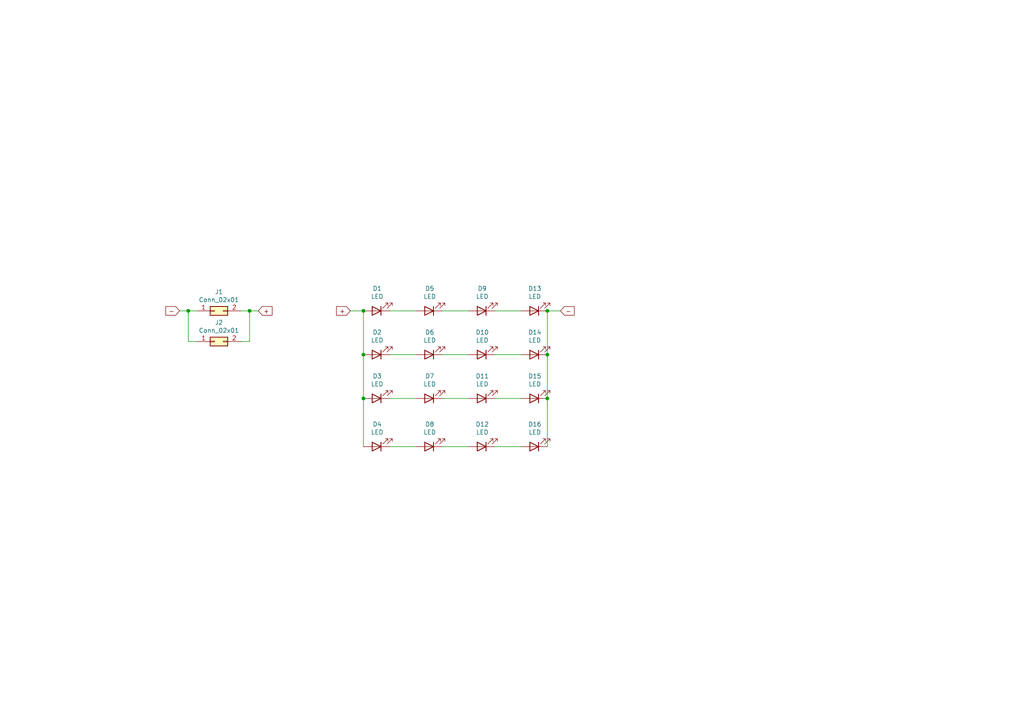
<source format=kicad_sch>
(kicad_sch (version 20211123) (generator eeschema)

  (uuid bb4f0314-c44c-4dda-b85c-537120eaae9a)

  (paper "A4")

  (lib_symbols
    (symbol "Connector_Generic:Conn_02x01" (pin_names (offset 1.016) hide) (in_bom yes) (on_board yes)
      (property "Reference" "J" (id 0) (at 1.27 2.54 0)
        (effects (font (size 1.27 1.27)))
      )
      (property "Value" "Conn_02x01" (id 1) (at 1.27 -2.54 0)
        (effects (font (size 1.27 1.27)))
      )
      (property "Footprint" "" (id 2) (at 0 0 0)
        (effects (font (size 1.27 1.27)) hide)
      )
      (property "Datasheet" "~" (id 3) (at 0 0 0)
        (effects (font (size 1.27 1.27)) hide)
      )
      (property "ki_keywords" "connector" (id 4) (at 0 0 0)
        (effects (font (size 1.27 1.27)) hide)
      )
      (property "ki_description" "Generic connector, double row, 02x01, this symbol is compatible with counter-clockwise, top-bottom and odd-even numbering schemes., script generated (kicad-library-utils/schlib/autogen/connector/)" (id 5) (at 0 0 0)
        (effects (font (size 1.27 1.27)) hide)
      )
      (property "ki_fp_filters" "Connector*:*_2x??_*" (id 6) (at 0 0 0)
        (effects (font (size 1.27 1.27)) hide)
      )
      (symbol "Conn_02x01_1_1"
        (rectangle (start -1.27 0.127) (end 0 -0.127)
          (stroke (width 0.1524) (type default) (color 0 0 0 0))
          (fill (type none))
        )
        (rectangle (start -1.27 1.27) (end 3.81 -1.27)
          (stroke (width 0.254) (type default) (color 0 0 0 0))
          (fill (type background))
        )
        (rectangle (start 3.81 0.127) (end 2.54 -0.127)
          (stroke (width 0.1524) (type default) (color 0 0 0 0))
          (fill (type none))
        )
        (pin passive line (at -5.08 0 0) (length 3.81)
          (name "Pin_1" (effects (font (size 1.27 1.27))))
          (number "1" (effects (font (size 1.27 1.27))))
        )
        (pin passive line (at 7.62 0 180) (length 3.81)
          (name "Pin_2" (effects (font (size 1.27 1.27))))
          (number "2" (effects (font (size 1.27 1.27))))
        )
      )
    )
    (symbol "Device:LED" (pin_numbers hide) (pin_names (offset 1.016) hide) (in_bom yes) (on_board yes)
      (property "Reference" "D" (id 0) (at 0 2.54 0)
        (effects (font (size 1.27 1.27)))
      )
      (property "Value" "LED" (id 1) (at 0 -2.54 0)
        (effects (font (size 1.27 1.27)))
      )
      (property "Footprint" "" (id 2) (at 0 0 0)
        (effects (font (size 1.27 1.27)) hide)
      )
      (property "Datasheet" "~" (id 3) (at 0 0 0)
        (effects (font (size 1.27 1.27)) hide)
      )
      (property "ki_keywords" "LED diode" (id 4) (at 0 0 0)
        (effects (font (size 1.27 1.27)) hide)
      )
      (property "ki_description" "Light emitting diode" (id 5) (at 0 0 0)
        (effects (font (size 1.27 1.27)) hide)
      )
      (property "ki_fp_filters" "LED* LED_SMD:* LED_THT:*" (id 6) (at 0 0 0)
        (effects (font (size 1.27 1.27)) hide)
      )
      (symbol "LED_0_1"
        (polyline
          (pts
            (xy -1.27 -1.27)
            (xy -1.27 1.27)
          )
          (stroke (width 0.254) (type default) (color 0 0 0 0))
          (fill (type none))
        )
        (polyline
          (pts
            (xy -1.27 0)
            (xy 1.27 0)
          )
          (stroke (width 0) (type default) (color 0 0 0 0))
          (fill (type none))
        )
        (polyline
          (pts
            (xy 1.27 -1.27)
            (xy 1.27 1.27)
            (xy -1.27 0)
            (xy 1.27 -1.27)
          )
          (stroke (width 0.254) (type default) (color 0 0 0 0))
          (fill (type none))
        )
        (polyline
          (pts
            (xy -3.048 -0.762)
            (xy -4.572 -2.286)
            (xy -3.81 -2.286)
            (xy -4.572 -2.286)
            (xy -4.572 -1.524)
          )
          (stroke (width 0) (type default) (color 0 0 0 0))
          (fill (type none))
        )
        (polyline
          (pts
            (xy -1.778 -0.762)
            (xy -3.302 -2.286)
            (xy -2.54 -2.286)
            (xy -3.302 -2.286)
            (xy -3.302 -1.524)
          )
          (stroke (width 0) (type default) (color 0 0 0 0))
          (fill (type none))
        )
      )
      (symbol "LED_1_1"
        (pin passive line (at -3.81 0 0) (length 2.54)
          (name "K" (effects (font (size 1.27 1.27))))
          (number "1" (effects (font (size 1.27 1.27))))
        )
        (pin passive line (at 3.81 0 180) (length 2.54)
          (name "A" (effects (font (size 1.27 1.27))))
          (number "2" (effects (font (size 1.27 1.27))))
        )
      )
    )
  )

  (junction (at 105.41 102.87) (diameter 0) (color 0 0 0 0)
    (uuid 23bb2798-d93a-4696-a962-c305c4298a0c)
  )
  (junction (at 105.41 90.17) (diameter 0) (color 0 0 0 0)
    (uuid 4831966c-bb32-4bc8-a400-0382a02ffa1c)
  )
  (junction (at 158.75 90.17) (diameter 0) (color 0 0 0 0)
    (uuid 4d4b0fcd-2c79-4fc3-b5fa-7a0741601344)
  )
  (junction (at 158.75 102.87) (diameter 0) (color 0 0 0 0)
    (uuid 983c426c-24e0-4c65-ab69-1f1824adc5c6)
  )
  (junction (at 158.75 115.57) (diameter 0) (color 0 0 0 0)
    (uuid 9ccf03e8-755a-4cd9-96fc-30e1d08fa253)
  )
  (junction (at 105.41 115.57) (diameter 0) (color 0 0 0 0)
    (uuid a795f1ba-cdd5-4cc5-9a52-08586e982934)
  )
  (junction (at 72.39 90.17) (diameter 0) (color 0 0 0 0)
    (uuid c264c438-a475-4ad4-9915-0f1e6ecf3053)
  )
  (junction (at 54.61 90.17) (diameter 0) (color 0 0 0 0)
    (uuid ef1b4b98-541b-4673-a04f-2043250fc40a)
  )

  (wire (pts (xy 72.39 99.06) (xy 69.85 99.06))
    (stroke (width 0) (type default) (color 0 0 0 0))
    (uuid 04f5865e-f449-4408-a0c8-771cccfcb129)
  )
  (wire (pts (xy 120.65 90.17) (xy 113.03 90.17))
    (stroke (width 0) (type default) (color 0 0 0 0))
    (uuid 0d35483a-0b12-46cc-b9f2-896fd6831779)
  )
  (wire (pts (xy 151.13 129.54) (xy 143.51 129.54))
    (stroke (width 0) (type default) (color 0 0 0 0))
    (uuid 128e34ce-eee7-477d-b905-a493e98db783)
  )
  (wire (pts (xy 135.89 102.87) (xy 128.27 102.87))
    (stroke (width 0) (type default) (color 0 0 0 0))
    (uuid 13abf99d-5265-4779-8973-e94370fd18ff)
  )
  (wire (pts (xy 101.6 90.17) (xy 105.41 90.17))
    (stroke (width 0) (type default) (color 0 0 0 0))
    (uuid 2bf3f24b-fd30-41a7-a274-9b519491916b)
  )
  (wire (pts (xy 120.65 129.54) (xy 113.03 129.54))
    (stroke (width 0) (type default) (color 0 0 0 0))
    (uuid 3172f2e2-18d2-4a80-ae30-5707b3409798)
  )
  (wire (pts (xy 52.07 90.17) (xy 54.61 90.17))
    (stroke (width 0) (type default) (color 0 0 0 0))
    (uuid 34871042-9d5c-4e29-abdd-a168368c3c22)
  )
  (wire (pts (xy 105.41 115.57) (xy 105.41 129.54))
    (stroke (width 0) (type default) (color 0 0 0 0))
    (uuid 46918595-4a45-48e8-84c0-961b4db7f35f)
  )
  (wire (pts (xy 105.41 90.17) (xy 105.41 102.87))
    (stroke (width 0) (type default) (color 0 0 0 0))
    (uuid 587a157d-dedf-4558-a037-1a94bbba1848)
  )
  (wire (pts (xy 120.65 115.57) (xy 113.03 115.57))
    (stroke (width 0) (type default) (color 0 0 0 0))
    (uuid 5b2b5c7d-f943-4634-9f0a-e9561705c49d)
  )
  (wire (pts (xy 57.15 90.17) (xy 54.61 90.17))
    (stroke (width 0) (type default) (color 0 0 0 0))
    (uuid 6199bec7-e7eb-4ae0-b9ec-c563e157d635)
  )
  (wire (pts (xy 72.39 90.17) (xy 72.39 99.06))
    (stroke (width 0) (type default) (color 0 0 0 0))
    (uuid 71c77456-1405-42e3-95ed-69e629de0558)
  )
  (wire (pts (xy 105.41 102.87) (xy 105.41 115.57))
    (stroke (width 0) (type default) (color 0 0 0 0))
    (uuid 78cbdd6c-4878-4cc5-9a58-0e506478e37d)
  )
  (wire (pts (xy 54.61 99.06) (xy 57.15 99.06))
    (stroke (width 0) (type default) (color 0 0 0 0))
    (uuid 7f3eb118-a20c-4239-b800-c9211c66847d)
  )
  (wire (pts (xy 158.75 115.57) (xy 158.75 129.54))
    (stroke (width 0) (type default) (color 0 0 0 0))
    (uuid 94c158d1-8503-4553-b511-bf42f506c2a8)
  )
  (wire (pts (xy 135.89 90.17) (xy 128.27 90.17))
    (stroke (width 0) (type default) (color 0 0 0 0))
    (uuid 9702d639-3b1f-4825-8985-b32b9008503d)
  )
  (wire (pts (xy 158.75 90.17) (xy 158.75 102.87))
    (stroke (width 0) (type default) (color 0 0 0 0))
    (uuid 9762c9ed-64d8-4f3e-baf6-f6ba6effc919)
  )
  (wire (pts (xy 151.13 115.57) (xy 143.51 115.57))
    (stroke (width 0) (type default) (color 0 0 0 0))
    (uuid 9c8ccb2a-b1e9-4f2c-94fe-301b5975277e)
  )
  (wire (pts (xy 135.89 115.57) (xy 128.27 115.57))
    (stroke (width 0) (type default) (color 0 0 0 0))
    (uuid a03e565f-d8cd-4032-aae3-b7327d4143dd)
  )
  (wire (pts (xy 151.13 102.87) (xy 143.51 102.87))
    (stroke (width 0) (type default) (color 0 0 0 0))
    (uuid a05d7640-f2f6-4ba7-8c51-5a4af431fc13)
  )
  (wire (pts (xy 120.65 102.87) (xy 113.03 102.87))
    (stroke (width 0) (type default) (color 0 0 0 0))
    (uuid a7520ad3-0f8b-4788-92d4-8ffb277041e6)
  )
  (wire (pts (xy 74.93 90.17) (xy 72.39 90.17))
    (stroke (width 0) (type default) (color 0 0 0 0))
    (uuid a9ec539a-d80d-40cc-803c-12b6adefe42a)
  )
  (wire (pts (xy 158.75 102.87) (xy 158.75 115.57))
    (stroke (width 0) (type default) (color 0 0 0 0))
    (uuid c1d83899-e380-49f9-a87d-8e78bc089ebf)
  )
  (wire (pts (xy 135.89 129.54) (xy 128.27 129.54))
    (stroke (width 0) (type default) (color 0 0 0 0))
    (uuid c801d42e-dd94-493e-bd2f-6c3ddad43f55)
  )
  (wire (pts (xy 158.75 90.17) (xy 162.56 90.17))
    (stroke (width 0) (type default) (color 0 0 0 0))
    (uuid e25ce415-914a-48fe-bf09-324317917b2e)
  )
  (wire (pts (xy 54.61 90.17) (xy 54.61 99.06))
    (stroke (width 0) (type default) (color 0 0 0 0))
    (uuid e47adf3d-9c24-4345-80c9-66679cad107e)
  )
  (wire (pts (xy 151.13 90.17) (xy 143.51 90.17))
    (stroke (width 0) (type default) (color 0 0 0 0))
    (uuid ec9e24d8-d1c5-40e2-9812-dc315d05f470)
  )
  (wire (pts (xy 69.85 90.17) (xy 72.39 90.17))
    (stroke (width 0) (type default) (color 0 0 0 0))
    (uuid f144a97d-c3f0-423f-b0a9-3f7dbc42478b)
  )

  (global_label "+" (shape input) (at 74.93 90.17 0) (fields_autoplaced)
    (effects (font (size 1.27 1.27)) (justify left))
    (uuid 213a2af1-412b-47f4-ab3b-c5f43b6be7a6)
    (property "Intersheet References" "${INTERSHEET_REFS}" (id 0) (at 30.48 52.07 0)
      (effects (font (size 1.27 1.27)) hide)
    )
  )
  (global_label "-" (shape input) (at 52.07 90.17 180) (fields_autoplaced)
    (effects (font (size 1.27 1.27)) (justify right))
    (uuid 43891a3c-749f-498d-ba99-685a27689b0d)
    (property "Intersheet References" "${INTERSHEET_REFS}" (id 0) (at 30.48 52.07 0)
      (effects (font (size 1.27 1.27)) hide)
    )
  )
  (global_label "+" (shape input) (at 101.6 90.17 180) (fields_autoplaced)
    (effects (font (size 1.27 1.27)) (justify right))
    (uuid 4e66a44f-7fa6-4e16-bf9b-62ec864301a5)
    (property "Intersheet References" "${INTERSHEET_REFS}" (id 0) (at 44.45 52.07 0)
      (effects (font (size 1.27 1.27)) hide)
    )
  )
  (global_label "-" (shape input) (at 162.56 90.17 0) (fields_autoplaced)
    (effects (font (size 1.27 1.27)) (justify left))
    (uuid 7447a6e7-8205-46ba-afca-d0fa8f90c95a)
    (property "Intersheet References" "${INTERSHEET_REFS}" (id 0) (at 44.45 52.07 0)
      (effects (font (size 1.27 1.27)) hide)
    )
  )

  (symbol (lib_id "Connector_Generic:Conn_02x01") (at 62.23 90.17 0) (unit 1)
    (in_bom yes) (on_board yes)
    (uuid 00000000-0000-0000-0000-0000620f6e3f)
    (property "Reference" "J1" (id 0) (at 63.5 84.6582 0))
    (property "Value" "Conn_02x01" (id 1) (at 63.5 86.9696 0))
    (property "Footprint" "LED_9x9:SMD_POW" (id 2) (at 62.23 90.17 0)
      (effects (font (size 1.27 1.27)) hide)
    )
    (property "Datasheet" "~" (id 3) (at 62.23 90.17 0)
      (effects (font (size 1.27 1.27)) hide)
    )
    (pin "1" (uuid ed4a0e40-df3e-4acf-8b38-4e3a46734ecd))
    (pin "2" (uuid 20ca0658-c4e7-42ce-914a-2110088b99b1))
  )

  (symbol (lib_id "Connector_Generic:Conn_02x01") (at 62.23 99.06 0) (unit 1)
    (in_bom yes) (on_board yes)
    (uuid 00000000-0000-0000-0000-0000620f7b27)
    (property "Reference" "J2" (id 0) (at 63.5 93.5482 0))
    (property "Value" "Conn_02x01" (id 1) (at 63.5 95.8596 0))
    (property "Footprint" "LED_9x9:SMD_POW" (id 2) (at 62.23 99.06 0)
      (effects (font (size 1.27 1.27)) hide)
    )
    (property "Datasheet" "~" (id 3) (at 62.23 99.06 0)
      (effects (font (size 1.27 1.27)) hide)
    )
    (pin "1" (uuid 88d1500e-4ebc-4ae6-b268-d749fd6f4017))
    (pin "2" (uuid 9b55f3d8-aa83-4128-a820-71871c794c2d))
  )

  (symbol (lib_id "Device:LED") (at 154.94 90.17 180) (unit 1)
    (in_bom yes) (on_board yes)
    (uuid 00000000-0000-0000-0000-0000621076fe)
    (property "Reference" "D13" (id 0) (at 155.1178 83.693 0))
    (property "Value" "LED" (id 1) (at 155.1178 86.0044 0))
    (property "Footprint" "LED_9x9:LED_1W_3W_R8" (id 2) (at 154.94 90.17 0)
      (effects (font (size 1.27 1.27)) hide)
    )
    (property "Datasheet" "~" (id 3) (at 154.94 90.17 0)
      (effects (font (size 1.27 1.27)) hide)
    )
    (pin "1" (uuid 444cd72f-762b-46a7-ba6e-42378802e873))
    (pin "2" (uuid aa552342-8f67-489a-844d-ebd2bce3cdd6))
  )

  (symbol (lib_id "Device:LED") (at 139.7 90.17 180) (unit 1)
    (in_bom yes) (on_board yes)
    (uuid 00000000-0000-0000-0000-000062107704)
    (property "Reference" "D9" (id 0) (at 139.8778 83.693 0))
    (property "Value" "LED" (id 1) (at 139.8778 86.0044 0))
    (property "Footprint" "LED_9x9:LED_1W_3W_R8" (id 2) (at 139.7 90.17 0)
      (effects (font (size 1.27 1.27)) hide)
    )
    (property "Datasheet" "~" (id 3) (at 139.7 90.17 0)
      (effects (font (size 1.27 1.27)) hide)
    )
    (pin "1" (uuid e904c608-c3d5-43af-9aa5-4aa4d1b2a339))
    (pin "2" (uuid 27bb3a7d-9398-429c-92f3-69cff6bc448a))
  )

  (symbol (lib_id "Device:LED") (at 124.46 90.17 180) (unit 1)
    (in_bom yes) (on_board yes)
    (uuid 00000000-0000-0000-0000-00006210770a)
    (property "Reference" "D5" (id 0) (at 124.6378 83.693 0))
    (property "Value" "LED" (id 1) (at 124.6378 86.0044 0))
    (property "Footprint" "LED_9x9:LED_1W_3W_R8" (id 2) (at 124.46 90.17 0)
      (effects (font (size 1.27 1.27)) hide)
    )
    (property "Datasheet" "~" (id 3) (at 124.46 90.17 0)
      (effects (font (size 1.27 1.27)) hide)
    )
    (pin "1" (uuid 9b71f55b-772b-4401-a4f9-6f6c5bd054d5))
    (pin "2" (uuid 6e2c9bcd-b8f7-41cb-8def-5d40c756c22e))
  )

  (symbol (lib_id "Device:LED") (at 109.22 90.17 180) (unit 1)
    (in_bom yes) (on_board yes)
    (uuid 00000000-0000-0000-0000-000062107710)
    (property "Reference" "D1" (id 0) (at 109.3978 83.693 0))
    (property "Value" "LED" (id 1) (at 109.3978 86.0044 0))
    (property "Footprint" "LED_9x9:LED_1W_3W_R8" (id 2) (at 109.22 90.17 0)
      (effects (font (size 1.27 1.27)) hide)
    )
    (property "Datasheet" "~" (id 3) (at 109.22 90.17 0)
      (effects (font (size 1.27 1.27)) hide)
    )
    (pin "1" (uuid 93cb0850-e0d8-47cc-98a4-e362e26be30c))
    (pin "2" (uuid 7d7486ae-aeaa-4bbe-ab12-2142f8812c98))
  )

  (symbol (lib_id "Device:LED") (at 154.94 129.54 180) (unit 1)
    (in_bom yes) (on_board yes)
    (uuid 00000000-0000-0000-0000-000062128355)
    (property "Reference" "D16" (id 0) (at 155.1178 123.063 0))
    (property "Value" "LED" (id 1) (at 155.1178 125.3744 0))
    (property "Footprint" "LED_9x9:LED_1W_3W_R8" (id 2) (at 154.94 129.54 0)
      (effects (font (size 1.27 1.27)) hide)
    )
    (property "Datasheet" "~" (id 3) (at 154.94 129.54 0)
      (effects (font (size 1.27 1.27)) hide)
    )
    (pin "1" (uuid b468d018-b0b9-48ff-ada9-ae565b8ae0c8))
    (pin "2" (uuid e16e3cf9-64d8-43ba-bb69-9621a1347f9f))
  )

  (symbol (lib_id "Device:LED") (at 139.7 129.54 180) (unit 1)
    (in_bom yes) (on_board yes)
    (uuid 00000000-0000-0000-0000-00006212835b)
    (property "Reference" "D12" (id 0) (at 139.8778 123.063 0))
    (property "Value" "LED" (id 1) (at 139.8778 125.3744 0))
    (property "Footprint" "LED_9x9:LED_1W_3W_R8" (id 2) (at 139.7 129.54 0)
      (effects (font (size 1.27 1.27)) hide)
    )
    (property "Datasheet" "~" (id 3) (at 139.7 129.54 0)
      (effects (font (size 1.27 1.27)) hide)
    )
    (pin "1" (uuid 8329b8f1-eacb-473a-9e39-d66e07ddb4b3))
    (pin "2" (uuid 73fca9ef-57b6-410f-af71-1661f2c37d04))
  )

  (symbol (lib_id "Device:LED") (at 124.46 129.54 180) (unit 1)
    (in_bom yes) (on_board yes)
    (uuid 00000000-0000-0000-0000-000062128361)
    (property "Reference" "D8" (id 0) (at 124.6378 123.063 0))
    (property "Value" "LED" (id 1) (at 124.6378 125.3744 0))
    (property "Footprint" "LED_9x9:LED_1W_3W_R8" (id 2) (at 124.46 129.54 0)
      (effects (font (size 1.27 1.27)) hide)
    )
    (property "Datasheet" "~" (id 3) (at 124.46 129.54 0)
      (effects (font (size 1.27 1.27)) hide)
    )
    (pin "1" (uuid 7c11be9e-7c4a-4dd8-b949-26ab6004bccc))
    (pin "2" (uuid 150621bf-9d47-4853-929e-cc5a8e825219))
  )

  (symbol (lib_id "Device:LED") (at 109.22 129.54 180) (unit 1)
    (in_bom yes) (on_board yes)
    (uuid 00000000-0000-0000-0000-000062128367)
    (property "Reference" "D4" (id 0) (at 109.3978 123.063 0))
    (property "Value" "LED" (id 1) (at 109.3978 125.3744 0))
    (property "Footprint" "LED_9x9:LED_1W_3W_R8" (id 2) (at 109.22 129.54 0)
      (effects (font (size 1.27 1.27)) hide)
    )
    (property "Datasheet" "~" (id 3) (at 109.22 129.54 0)
      (effects (font (size 1.27 1.27)) hide)
    )
    (pin "1" (uuid 8bfdfbc6-d968-4133-b3ab-7a5cc25ba14a))
    (pin "2" (uuid cd4af63e-8d5d-4829-b7f4-de3802ed33f4))
  )

  (symbol (lib_id "Device:LED") (at 154.94 115.57 180) (unit 1)
    (in_bom yes) (on_board yes)
    (uuid 00000000-0000-0000-0000-000062129698)
    (property "Reference" "D15" (id 0) (at 155.1178 109.093 0))
    (property "Value" "LED" (id 1) (at 155.1178 111.4044 0))
    (property "Footprint" "LED_9x9:LED_1W_3W_R8" (id 2) (at 154.94 115.57 0)
      (effects (font (size 1.27 1.27)) hide)
    )
    (property "Datasheet" "~" (id 3) (at 154.94 115.57 0)
      (effects (font (size 1.27 1.27)) hide)
    )
    (pin "1" (uuid 82c7370d-8a87-411e-9cd6-cc5ad23f7d5b))
    (pin "2" (uuid 365f6b1d-b9d1-4cf4-a6f9-271b554d4538))
  )

  (symbol (lib_id "Device:LED") (at 139.7 115.57 180) (unit 1)
    (in_bom yes) (on_board yes)
    (uuid 00000000-0000-0000-0000-00006212969e)
    (property "Reference" "D11" (id 0) (at 139.8778 109.093 0))
    (property "Value" "LED" (id 1) (at 139.8778 111.4044 0))
    (property "Footprint" "LED_9x9:LED_1W_3W_R8" (id 2) (at 139.7 115.57 0)
      (effects (font (size 1.27 1.27)) hide)
    )
    (property "Datasheet" "~" (id 3) (at 139.7 115.57 0)
      (effects (font (size 1.27 1.27)) hide)
    )
    (pin "1" (uuid b9dba731-fede-48d5-ae4f-e36f203233b4))
    (pin "2" (uuid c24b0dc2-bdb4-40ef-95ea-a2f3870373f1))
  )

  (symbol (lib_id "Device:LED") (at 124.46 115.57 180) (unit 1)
    (in_bom yes) (on_board yes)
    (uuid 00000000-0000-0000-0000-0000621296a4)
    (property "Reference" "D7" (id 0) (at 124.6378 109.093 0))
    (property "Value" "LED" (id 1) (at 124.6378 111.4044 0))
    (property "Footprint" "LED_9x9:LED_1W_3W_R8" (id 2) (at 124.46 115.57 0)
      (effects (font (size 1.27 1.27)) hide)
    )
    (property "Datasheet" "~" (id 3) (at 124.46 115.57 0)
      (effects (font (size 1.27 1.27)) hide)
    )
    (pin "1" (uuid 1a9a08d8-c533-446f-a287-29cb768363a1))
    (pin "2" (uuid 2511fdb4-0441-451d-b8db-837af4592e02))
  )

  (symbol (lib_id "Device:LED") (at 109.22 115.57 180) (unit 1)
    (in_bom yes) (on_board yes)
    (uuid 00000000-0000-0000-0000-0000621296aa)
    (property "Reference" "D3" (id 0) (at 109.3978 109.093 0))
    (property "Value" "LED" (id 1) (at 109.3978 111.4044 0))
    (property "Footprint" "LED_9x9:LED_1W_3W_R8" (id 2) (at 109.22 115.57 0)
      (effects (font (size 1.27 1.27)) hide)
    )
    (property "Datasheet" "~" (id 3) (at 109.22 115.57 0)
      (effects (font (size 1.27 1.27)) hide)
    )
    (pin "1" (uuid de60e78d-b49c-4401-8a50-f68174472cb1))
    (pin "2" (uuid ead0d230-d4a3-4935-a132-b2be1e9752c6))
  )

  (symbol (lib_id "Device:LED") (at 154.94 102.87 180) (unit 1)
    (in_bom yes) (on_board yes)
    (uuid 00000000-0000-0000-0000-00006212b848)
    (property "Reference" "D14" (id 0) (at 155.1178 96.393 0))
    (property "Value" "LED" (id 1) (at 155.1178 98.7044 0))
    (property "Footprint" "LED_9x9:LED_1W_3W_R8" (id 2) (at 154.94 102.87 0)
      (effects (font (size 1.27 1.27)) hide)
    )
    (property "Datasheet" "~" (id 3) (at 154.94 102.87 0)
      (effects (font (size 1.27 1.27)) hide)
    )
    (pin "1" (uuid 33a8a0fc-283c-461b-b838-a350e0c02cca))
    (pin "2" (uuid 11ffb14a-ec56-4d3e-baf7-493d397e9641))
  )

  (symbol (lib_id "Device:LED") (at 139.7 102.87 180) (unit 1)
    (in_bom yes) (on_board yes)
    (uuid 00000000-0000-0000-0000-00006212b84e)
    (property "Reference" "D10" (id 0) (at 139.8778 96.393 0))
    (property "Value" "LED" (id 1) (at 139.8778 98.7044 0))
    (property "Footprint" "LED_9x9:LED_1W_3W_R8" (id 2) (at 139.7 102.87 0)
      (effects (font (size 1.27 1.27)) hide)
    )
    (property "Datasheet" "~" (id 3) (at 139.7 102.87 0)
      (effects (font (size 1.27 1.27)) hide)
    )
    (pin "1" (uuid 20adaeac-a5ca-47f1-8482-ed5891958975))
    (pin "2" (uuid a53e1a0e-b387-4e7c-afeb-0bd85799b1c7))
  )

  (symbol (lib_id "Device:LED") (at 124.46 102.87 180) (unit 1)
    (in_bom yes) (on_board yes)
    (uuid 00000000-0000-0000-0000-00006212b854)
    (property "Reference" "D6" (id 0) (at 124.6378 96.393 0))
    (property "Value" "LED" (id 1) (at 124.6378 98.7044 0))
    (property "Footprint" "LED_9x9:LED_1W_3W_R8" (id 2) (at 124.46 102.87 0)
      (effects (font (size 1.27 1.27)) hide)
    )
    (property "Datasheet" "~" (id 3) (at 124.46 102.87 0)
      (effects (font (size 1.27 1.27)) hide)
    )
    (pin "1" (uuid c5e0cabf-0a14-4d99-b2a2-7b86822c400a))
    (pin "2" (uuid c7c7160c-6399-4a2d-a3a8-87766c549eaa))
  )

  (symbol (lib_id "Device:LED") (at 109.22 102.87 180) (unit 1)
    (in_bom yes) (on_board yes)
    (uuid 00000000-0000-0000-0000-00006212b85a)
    (property "Reference" "D2" (id 0) (at 109.3978 96.393 0))
    (property "Value" "LED" (id 1) (at 109.3978 98.7044 0))
    (property "Footprint" "LED_9x9:LED_1W_3W_R8" (id 2) (at 109.22 102.87 0)
      (effects (font (size 1.27 1.27)) hide)
    )
    (property "Datasheet" "~" (id 3) (at 109.22 102.87 0)
      (effects (font (size 1.27 1.27)) hide)
    )
    (pin "1" (uuid d699af4e-372d-4044-b27e-3ae36a82a9c5))
    (pin "2" (uuid dbb58e03-980f-4d53-b780-c96c25cf8b1f))
  )

  (sheet_instances
    (path "/" (page "1"))
  )

  (symbol_instances
    (path "/00000000-0000-0000-0000-000062107710"
      (reference "D1") (unit 1) (value "LED") (footprint "LED_9x9:LED_1W_3W_R8")
    )
    (path "/00000000-0000-0000-0000-00006212b85a"
      (reference "D2") (unit 1) (value "LED") (footprint "LED_9x9:LED_1W_3W_R8")
    )
    (path "/00000000-0000-0000-0000-0000621296aa"
      (reference "D3") (unit 1) (value "LED") (footprint "LED_9x9:LED_1W_3W_R8")
    )
    (path "/00000000-0000-0000-0000-000062128367"
      (reference "D4") (unit 1) (value "LED") (footprint "LED_9x9:LED_1W_3W_R8")
    )
    (path "/00000000-0000-0000-0000-00006210770a"
      (reference "D5") (unit 1) (value "LED") (footprint "LED_9x9:LED_1W_3W_R8")
    )
    (path "/00000000-0000-0000-0000-00006212b854"
      (reference "D6") (unit 1) (value "LED") (footprint "LED_9x9:LED_1W_3W_R8")
    )
    (path "/00000000-0000-0000-0000-0000621296a4"
      (reference "D7") (unit 1) (value "LED") (footprint "LED_9x9:LED_1W_3W_R8")
    )
    (path "/00000000-0000-0000-0000-000062128361"
      (reference "D8") (unit 1) (value "LED") (footprint "LED_9x9:LED_1W_3W_R8")
    )
    (path "/00000000-0000-0000-0000-000062107704"
      (reference "D9") (unit 1) (value "LED") (footprint "LED_9x9:LED_1W_3W_R8")
    )
    (path "/00000000-0000-0000-0000-00006212b84e"
      (reference "D10") (unit 1) (value "LED") (footprint "LED_9x9:LED_1W_3W_R8")
    )
    (path "/00000000-0000-0000-0000-00006212969e"
      (reference "D11") (unit 1) (value "LED") (footprint "LED_9x9:LED_1W_3W_R8")
    )
    (path "/00000000-0000-0000-0000-00006212835b"
      (reference "D12") (unit 1) (value "LED") (footprint "LED_9x9:LED_1W_3W_R8")
    )
    (path "/00000000-0000-0000-0000-0000621076fe"
      (reference "D13") (unit 1) (value "LED") (footprint "LED_9x9:LED_1W_3W_R8")
    )
    (path "/00000000-0000-0000-0000-00006212b848"
      (reference "D14") (unit 1) (value "LED") (footprint "LED_9x9:LED_1W_3W_R8")
    )
    (path "/00000000-0000-0000-0000-000062129698"
      (reference "D15") (unit 1) (value "LED") (footprint "LED_9x9:LED_1W_3W_R8")
    )
    (path "/00000000-0000-0000-0000-000062128355"
      (reference "D16") (unit 1) (value "LED") (footprint "LED_9x9:LED_1W_3W_R8")
    )
    (path "/00000000-0000-0000-0000-0000620f6e3f"
      (reference "J1") (unit 1) (value "Conn_02x01") (footprint "LED_9x9:SMD_POW")
    )
    (path "/00000000-0000-0000-0000-0000620f7b27"
      (reference "J2") (unit 1) (value "Conn_02x01") (footprint "LED_9x9:SMD_POW")
    )
  )
)

</source>
